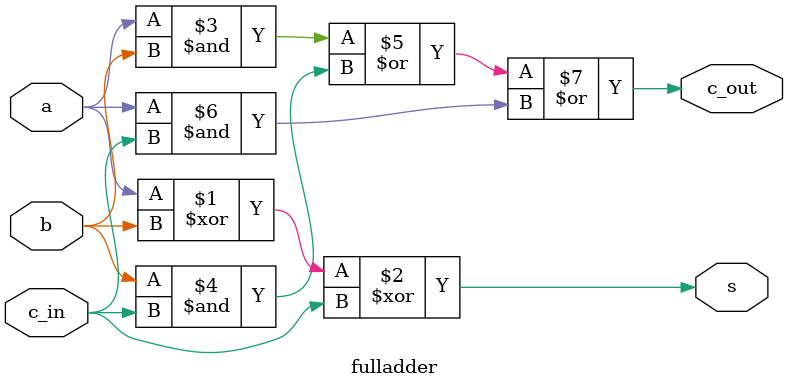
<source format=v>
module adder(
   input clk,
	input [4:0]  a, // 5bit
	input [4:0]  b, // 5bit
	output [5:0] out // 6bit
);

wire [3:0] carry;

fulladder fa0(.a(a[0]), .b(b[0]), .c_in(0), .s(out[0]), .c_out(carry[0]));
fulladder fa1(.a(a[1]), .b(b[1]), .c_in(carry[0]), .s(out[1]), .c_out(carry[1]));
fulladder fa2(.a(a[2]), .b(b[2]), .c_in(carry[1]), .s(out[2]), .c_out(carry[2]));
fulladder fa3(.a(a[3]), .b(b[3]), .c_in(carry[2]), .s(out[3]), .c_out(carry[3]));
fulladder fa4(.a(a[4]), .b(b[4]), .c_in(carry[3]), .s(out[4]), .c_out(out[5]));

endmodule

module fulladder(
	input a, b, c_in,
	output s, c_out
);

assign s = a ^ b ^ c_in;
assign c_out = (a & b) | (b & c_in) | (a & c_in);

endmodule

</source>
